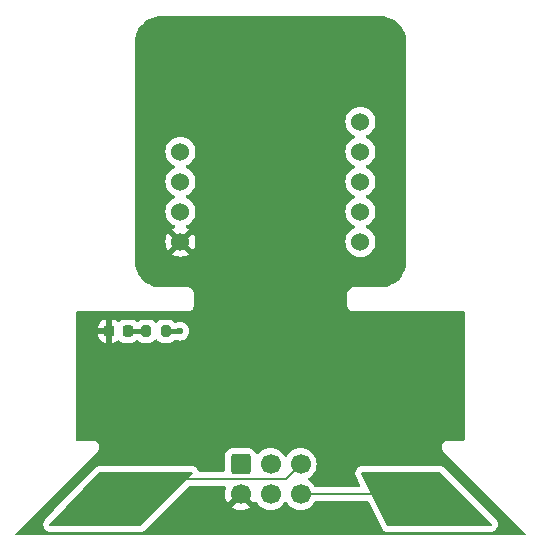
<source format=gbr>
%TF.GenerationSoftware,KiCad,Pcbnew,8.0.8*%
%TF.CreationDate,2025-02-13T09:34:36+00:00*%
%TF.ProjectId,hackaday-sao-m5stack-atoms3,6861636b-6164-4617-992d-73616f2d6d35,rev?*%
%TF.SameCoordinates,Original*%
%TF.FileFunction,Copper,L1,Top*%
%TF.FilePolarity,Positive*%
%FSLAX46Y46*%
G04 Gerber Fmt 4.6, Leading zero omitted, Abs format (unit mm)*
G04 Created by KiCad (PCBNEW 8.0.8) date 2025-02-13 09:34:36*
%MOMM*%
%LPD*%
G01*
G04 APERTURE LIST*
G04 Aperture macros list*
%AMRoundRect*
0 Rectangle with rounded corners*
0 $1 Rounding radius*
0 $2 $3 $4 $5 $6 $7 $8 $9 X,Y pos of 4 corners*
0 Add a 4 corners polygon primitive as box body*
4,1,4,$2,$3,$4,$5,$6,$7,$8,$9,$2,$3,0*
0 Add four circle primitives for the rounded corners*
1,1,$1+$1,$2,$3*
1,1,$1+$1,$4,$5*
1,1,$1+$1,$6,$7*
1,1,$1+$1,$8,$9*
0 Add four rect primitives between the rounded corners*
20,1,$1+$1,$2,$3,$4,$5,0*
20,1,$1+$1,$4,$5,$6,$7,0*
20,1,$1+$1,$6,$7,$8,$9,0*
20,1,$1+$1,$8,$9,$2,$3,0*%
G04 Aperture macros list end*
%TA.AperFunction,ComponentPad*%
%ADD10C,1.524000*%
%TD*%
%TA.AperFunction,SMDPad,CuDef*%
%ADD11RoundRect,0.200000X-0.200000X-0.275000X0.200000X-0.275000X0.200000X0.275000X-0.200000X0.275000X0*%
%TD*%
%TA.AperFunction,ComponentPad*%
%ADD12RoundRect,0.250000X-0.600000X0.600000X-0.600000X-0.600000X0.600000X-0.600000X0.600000X0.600000X0*%
%TD*%
%TA.AperFunction,ComponentPad*%
%ADD13C,1.700000*%
%TD*%
%TA.AperFunction,SMDPad,CuDef*%
%ADD14RoundRect,0.218750X-0.218750X-0.256250X0.218750X-0.256250X0.218750X0.256250X-0.218750X0.256250X0*%
%TD*%
%TA.AperFunction,ViaPad*%
%ADD15C,0.600000*%
%TD*%
%TA.AperFunction,Conductor*%
%ADD16C,0.203200*%
%TD*%
%TA.AperFunction,Conductor*%
%ADD17C,0.406400*%
%TD*%
G04 APERTURE END LIST*
D10*
%TO.P,U1,1,IO39*%
%TO.N,unconnected-(U1-IO39-Pad1)*%
X204368800Y-72011200D03*
%TO.P,U1,2,IO38*%
%TO.N,unconnected-(U1-IO38-Pad2)*%
X204368800Y-74551200D03*
%TO.P,U1,3,5V*%
%TO.N,VCC*%
X204368800Y-77091200D03*
%TO.P,U1,4,GND*%
%TO.N,GND*%
X204368800Y-79631200D03*
%TO.P,U1,5,IO8*%
%TO.N,GPIO2*%
X219608800Y-79631200D03*
%TO.P,U1,6,IO7*%
%TO.N,GPIO1*%
X219608800Y-77091200D03*
%TO.P,U1,7,IO6*%
%TO.N,SCL*%
X219608800Y-74551200D03*
%TO.P,U1,8,IO5*%
%TO.N,SDA*%
X219608800Y-72011200D03*
%TO.P,U1,9,3V3*%
%TO.N,unconnected-(U1-3V3-Pad9)*%
X219608800Y-69471200D03*
%TD*%
D11*
%TO.P,R1,1*%
%TO.N,Net-(D1-A)*%
X201475000Y-87200000D03*
%TO.P,R1,2*%
%TO.N,VCC*%
X203125000Y-87200000D03*
%TD*%
D12*
%TO.P,J2,1,Pin_1*%
%TO.N,VCC*%
X209460000Y-98460000D03*
D13*
%TO.P,J2,2,Pin_2*%
%TO.N,GND*%
X209460000Y-101000000D03*
%TO.P,J2,3,Pin_3*%
%TO.N,SDA*%
X212000000Y-98460000D03*
%TO.P,J2,4,Pin_4*%
%TO.N,SCL*%
X212000000Y-101000000D03*
%TO.P,J2,5,Pin_5*%
%TO.N,GPIO1*%
X214540000Y-98460000D03*
%TO.P,J2,6,Pin_6*%
%TO.N,GPIO2*%
X214540000Y-101000000D03*
%TD*%
D14*
%TO.P,D1,1,K*%
%TO.N,GND*%
X198325000Y-87200000D03*
%TO.P,D1,2,A*%
%TO.N,Net-(D1-A)*%
X199900000Y-87200000D03*
%TD*%
D15*
%TO.N,GND*%
X221000000Y-103800000D03*
X201800000Y-82000000D03*
X222100000Y-82000000D03*
X222100000Y-61800000D03*
X201800000Y-61800000D03*
X227700000Y-93500000D03*
X196200000Y-93500000D03*
X202100000Y-103800000D03*
X206400000Y-98300000D03*
X207500000Y-98300000D03*
X197500000Y-98200000D03*
X191900000Y-103800000D03*
X226400000Y-98200000D03*
X219000000Y-98300000D03*
X232100000Y-103800000D03*
X227500000Y-87200000D03*
X196500000Y-87200000D03*
X210800000Y-93400000D03*
X210800000Y-80100000D03*
X210800000Y-82700000D03*
%TO.N,VCC*%
X204300000Y-87200000D03*
%TD*%
D16*
%TO.N,GPIO1*%
X213000000Y-99700000D02*
X204300000Y-99700000D01*
X214540000Y-98460000D02*
X213300000Y-99700000D01*
X213300000Y-99700000D02*
X213000000Y-99700000D01*
%TO.N,GPIO2*%
X214540000Y-101000000D02*
X221800000Y-101000000D01*
D17*
%TO.N,VCC*%
X203125000Y-87200000D02*
X204300000Y-87200000D01*
%TO.N,Net-(D1-A)*%
X199900000Y-87200000D02*
X201475000Y-87200000D01*
%TD*%
%TA.AperFunction,Conductor*%
%TO.N,GND*%
G36*
X221253736Y-60500726D02*
G01*
X221513662Y-60516448D01*
X221528524Y-60518253D01*
X221599528Y-60531264D01*
X221780969Y-60564515D01*
X221795498Y-60568096D01*
X222040523Y-60644449D01*
X222054516Y-60649755D01*
X222288562Y-60755091D01*
X222301808Y-60762044D01*
X222521449Y-60894821D01*
X222533760Y-60903319D01*
X222628089Y-60977221D01*
X222735792Y-61061601D01*
X222747000Y-61071531D01*
X222928468Y-61252999D01*
X222938398Y-61264207D01*
X223096676Y-61466233D01*
X223105182Y-61478556D01*
X223237952Y-61698185D01*
X223244911Y-61711444D01*
X223350242Y-61945480D01*
X223355551Y-61959480D01*
X223431901Y-62204494D01*
X223435485Y-62219034D01*
X223481746Y-62471475D01*
X223483551Y-62486339D01*
X223499274Y-62746263D01*
X223499500Y-62753750D01*
X223499500Y-81246249D01*
X223499274Y-81253736D01*
X223483551Y-81513660D01*
X223481746Y-81528524D01*
X223435485Y-81780965D01*
X223431901Y-81795505D01*
X223355551Y-82040519D01*
X223350242Y-82054519D01*
X223244911Y-82288555D01*
X223237952Y-82301814D01*
X223105182Y-82521443D01*
X223096676Y-82533766D01*
X222938398Y-82735792D01*
X222928468Y-82747000D01*
X222747000Y-82928468D01*
X222735792Y-82938398D01*
X222533766Y-83096676D01*
X222521443Y-83105182D01*
X222301814Y-83237952D01*
X222288555Y-83244911D01*
X222054519Y-83350242D01*
X222040519Y-83355551D01*
X221795505Y-83431901D01*
X221780965Y-83435485D01*
X221528524Y-83481746D01*
X221513660Y-83483551D01*
X221253736Y-83499274D01*
X221246249Y-83499500D01*
X218934108Y-83499500D01*
X218806812Y-83533608D01*
X218692686Y-83599500D01*
X218692683Y-83599502D01*
X218599502Y-83692683D01*
X218599500Y-83692686D01*
X218533608Y-83806812D01*
X218499500Y-83934108D01*
X218499500Y-85065891D01*
X218533608Y-85193187D01*
X218560672Y-85240062D01*
X218599500Y-85307314D01*
X218692686Y-85400500D01*
X218806814Y-85466392D01*
X218934108Y-85500500D01*
X219065892Y-85500500D01*
X228184108Y-85500500D01*
X228240244Y-85500500D01*
X228259631Y-85502025D01*
X228307706Y-85509639D01*
X228344595Y-85521625D01*
X228379156Y-85539235D01*
X228410538Y-85562036D01*
X228437963Y-85589461D01*
X228460765Y-85620845D01*
X228476427Y-85651583D01*
X228478372Y-85655399D01*
X228490361Y-85692297D01*
X228497973Y-85740357D01*
X228499500Y-85759755D01*
X228499500Y-96240244D01*
X228497973Y-96259642D01*
X228490361Y-96307702D01*
X228478372Y-96344600D01*
X228460766Y-96379153D01*
X228437963Y-96410538D01*
X228410538Y-96437963D01*
X228379153Y-96460766D01*
X228344600Y-96478372D01*
X228307702Y-96490361D01*
X228272884Y-96495875D01*
X228259640Y-96497973D01*
X228240244Y-96499500D01*
X226934108Y-96499500D01*
X226806812Y-96533608D01*
X226692686Y-96599500D01*
X226692683Y-96599502D01*
X226599502Y-96692683D01*
X226599500Y-96692686D01*
X226533608Y-96806812D01*
X226507191Y-96905405D01*
X226499500Y-96934108D01*
X226499500Y-97065892D01*
X226502223Y-97076055D01*
X226533608Y-97193187D01*
X226566554Y-97250250D01*
X226599500Y-97307314D01*
X226599501Y-97307315D01*
X226599502Y-97307316D01*
X233580005Y-104287819D01*
X233613490Y-104349142D01*
X233608506Y-104418834D01*
X233566634Y-104474767D01*
X233501170Y-104499184D01*
X233492324Y-104499500D01*
X190507676Y-104499500D01*
X190440637Y-104479815D01*
X190394882Y-104427011D01*
X190384938Y-104357853D01*
X190413963Y-104294297D01*
X190419995Y-104287819D01*
X191221396Y-103486418D01*
X192767109Y-103486418D01*
X192767109Y-103630293D01*
X192767110Y-103630297D01*
X192777054Y-103699455D01*
X192777055Y-103699460D01*
X192777056Y-103699463D01*
X192817588Y-103837501D01*
X192817591Y-103837507D01*
X192895373Y-103958537D01*
X192895381Y-103958548D01*
X192941125Y-104011340D01*
X192941128Y-104011343D01*
X192941132Y-104011347D01*
X193049866Y-104105567D01*
X193049869Y-104105568D01*
X193049870Y-104105569D01*
X193144738Y-104148895D01*
X193180743Y-104165338D01*
X193247782Y-104185023D01*
X193247786Y-104185024D01*
X193390202Y-104205500D01*
X193390205Y-104205500D01*
X200948640Y-104205500D01*
X200960576Y-104204860D01*
X201002678Y-104202603D01*
X201002686Y-104202602D01*
X201002688Y-104202602D01*
X201002689Y-104202602D01*
X201009682Y-104201849D01*
X201029036Y-104199769D01*
X201029046Y-104199767D01*
X201029049Y-104199767D01*
X201038648Y-104198211D01*
X201082448Y-104191114D01*
X201217257Y-104140832D01*
X201278580Y-104107347D01*
X201393761Y-104021123D01*
X205076465Y-100338419D01*
X205137788Y-100304934D01*
X205164146Y-100302100D01*
X208101235Y-100302100D01*
X208168274Y-100321785D01*
X208214029Y-100374589D01*
X208223973Y-100443747D01*
X208213617Y-100478505D01*
X208186570Y-100536507D01*
X208186566Y-100536516D01*
X208125432Y-100764673D01*
X208125430Y-100764684D01*
X208104843Y-100999998D01*
X208104843Y-101000000D01*
X208125430Y-101235315D01*
X208125432Y-101235326D01*
X208186566Y-101463483D01*
X208186570Y-101463492D01*
X208286398Y-101677576D01*
X208345073Y-101761372D01*
X208977037Y-101129408D01*
X208994075Y-101192993D01*
X209059901Y-101307007D01*
X209152993Y-101400099D01*
X209267007Y-101465925D01*
X209330591Y-101482962D01*
X208698626Y-102114926D01*
X208782417Y-102173598D01*
X208782421Y-102173600D01*
X208996507Y-102273429D01*
X208996516Y-102273433D01*
X209224673Y-102334567D01*
X209224684Y-102334569D01*
X209459998Y-102355157D01*
X209460002Y-102355157D01*
X209695315Y-102334569D01*
X209695326Y-102334567D01*
X209923483Y-102273433D01*
X209923492Y-102273429D01*
X210137580Y-102173599D01*
X210221371Y-102114925D01*
X209589408Y-101482962D01*
X209652993Y-101465925D01*
X209767007Y-101400099D01*
X209860099Y-101307007D01*
X209925925Y-101192993D01*
X209942962Y-101129408D01*
X210574925Y-101761371D01*
X210628120Y-101685404D01*
X210682697Y-101641780D01*
X210752196Y-101634588D01*
X210814550Y-101666111D01*
X210831268Y-101685404D01*
X210961505Y-101871401D01*
X211128599Y-102038495D01*
X211225384Y-102106265D01*
X211322165Y-102174032D01*
X211322167Y-102174033D01*
X211322170Y-102174035D01*
X211536337Y-102273903D01*
X211764592Y-102335063D01*
X211952918Y-102351539D01*
X211999999Y-102355659D01*
X212000000Y-102355659D01*
X212000001Y-102355659D01*
X212039234Y-102352226D01*
X212235408Y-102335063D01*
X212463663Y-102273903D01*
X212677830Y-102174035D01*
X212871401Y-102038495D01*
X213038495Y-101871401D01*
X213168425Y-101685842D01*
X213223002Y-101642217D01*
X213292500Y-101635023D01*
X213354855Y-101666546D01*
X213371575Y-101685842D01*
X213501500Y-101871395D01*
X213501505Y-101871401D01*
X213668599Y-102038495D01*
X213765384Y-102106265D01*
X213862165Y-102174032D01*
X213862167Y-102174033D01*
X213862170Y-102174035D01*
X214076337Y-102273903D01*
X214304592Y-102335063D01*
X214492918Y-102351539D01*
X214539999Y-102355659D01*
X214540000Y-102355659D01*
X214540001Y-102355659D01*
X214579234Y-102352226D01*
X214775408Y-102335063D01*
X215003663Y-102273903D01*
X215217830Y-102174035D01*
X215411401Y-102038495D01*
X215578495Y-101871401D01*
X215714035Y-101677830D01*
X215715961Y-101673698D01*
X215762132Y-101621258D01*
X215828345Y-101602100D01*
X220209248Y-101602100D01*
X220276287Y-101621785D01*
X220320157Y-101670646D01*
X221342027Y-103714386D01*
X221413591Y-103857517D01*
X221457662Y-103922262D01*
X221489591Y-103969169D01*
X221533461Y-104018030D01*
X221636300Y-104105567D01*
X221767177Y-104165338D01*
X221834216Y-104185023D01*
X221834220Y-104185024D01*
X221976636Y-104205500D01*
X221976639Y-104205500D01*
X230600657Y-104205500D01*
X230618639Y-104205179D01*
X230618649Y-104205178D01*
X230618684Y-104205178D01*
X230627530Y-104204862D01*
X230645547Y-104203896D01*
X230786139Y-104173312D01*
X230851603Y-104148895D01*
X230977878Y-104079944D01*
X231079618Y-103978207D01*
X231121490Y-103922274D01*
X231121496Y-103922266D01*
X231190449Y-103795985D01*
X231221032Y-103655393D01*
X231226016Y-103585701D01*
X231215752Y-103442190D01*
X231165470Y-103307381D01*
X231131985Y-103246058D01*
X231045761Y-103130877D01*
X231045756Y-103130872D01*
X231045751Y-103130866D01*
X226693776Y-98778892D01*
X226693761Y-98778877D01*
X226693737Y-98778855D01*
X226653519Y-98742728D01*
X226653507Y-98742718D01*
X226632856Y-98726076D01*
X226588974Y-98694433D01*
X226458100Y-98634663D01*
X226391055Y-98614976D01*
X226337811Y-98607321D01*
X226248638Y-98594500D01*
X219800636Y-98594500D01*
X219800616Y-98594500D01*
X219719904Y-98600989D01*
X219719880Y-98600992D01*
X219680790Y-98607317D01*
X219680769Y-98607321D01*
X219602115Y-98626622D01*
X219602107Y-98626625D01*
X219473423Y-98690967D01*
X219473418Y-98690970D01*
X219416012Y-98730788D01*
X219416005Y-98730794D01*
X219310662Y-98828783D01*
X219237191Y-98952483D01*
X219237184Y-98952497D01*
X219211016Y-99015588D01*
X219210513Y-99016759D01*
X219210415Y-99017041D01*
X219174772Y-99156424D01*
X219174771Y-99156433D01*
X219179843Y-99300223D01*
X219192218Y-99368984D01*
X219192218Y-99368986D01*
X219237594Y-99505521D01*
X219594057Y-100218446D01*
X219606432Y-100287211D01*
X219579664Y-100351750D01*
X219522254Y-100391572D01*
X219483148Y-100397900D01*
X215828344Y-100397900D01*
X215761305Y-100378215D01*
X215715960Y-100326300D01*
X215714035Y-100322171D01*
X215578495Y-100128599D01*
X215578494Y-100128597D01*
X215411402Y-99961506D01*
X215411396Y-99961501D01*
X215225842Y-99831575D01*
X215182217Y-99776998D01*
X215175023Y-99707500D01*
X215206546Y-99645145D01*
X215225842Y-99628425D01*
X215248026Y-99612891D01*
X215411401Y-99498495D01*
X215578495Y-99331401D01*
X215714035Y-99137830D01*
X215813903Y-98923663D01*
X215875063Y-98695408D01*
X215895659Y-98460000D01*
X215875063Y-98224592D01*
X215813903Y-97996337D01*
X215714035Y-97782171D01*
X215708425Y-97774158D01*
X215578494Y-97588597D01*
X215411402Y-97421506D01*
X215411395Y-97421501D01*
X215395291Y-97410225D01*
X215270282Y-97322692D01*
X215217834Y-97285967D01*
X215217830Y-97285965D01*
X215177777Y-97267288D01*
X215003663Y-97186097D01*
X215003659Y-97186096D01*
X215003655Y-97186094D01*
X214775413Y-97124938D01*
X214775403Y-97124936D01*
X214540001Y-97104341D01*
X214539999Y-97104341D01*
X214304596Y-97124936D01*
X214304586Y-97124938D01*
X214076344Y-97186094D01*
X214076335Y-97186098D01*
X213862171Y-97285964D01*
X213862169Y-97285965D01*
X213668597Y-97421505D01*
X213501505Y-97588597D01*
X213371575Y-97774158D01*
X213316998Y-97817783D01*
X213247500Y-97824977D01*
X213185145Y-97793454D01*
X213168425Y-97774158D01*
X213038494Y-97588597D01*
X212871402Y-97421506D01*
X212871395Y-97421501D01*
X212855291Y-97410225D01*
X212730282Y-97322692D01*
X212677834Y-97285967D01*
X212677830Y-97285965D01*
X212637777Y-97267288D01*
X212463663Y-97186097D01*
X212463659Y-97186096D01*
X212463655Y-97186094D01*
X212235413Y-97124938D01*
X212235403Y-97124936D01*
X212000001Y-97104341D01*
X211999999Y-97104341D01*
X211764596Y-97124936D01*
X211764586Y-97124938D01*
X211536344Y-97186094D01*
X211536335Y-97186098D01*
X211322171Y-97285964D01*
X211322169Y-97285965D01*
X211128597Y-97421505D01*
X210961503Y-97588599D01*
X210960349Y-97589975D01*
X210959688Y-97590414D01*
X210957676Y-97592427D01*
X210957271Y-97592022D01*
X210902173Y-97628671D01*
X210832312Y-97629772D01*
X210772946Y-97592928D01*
X210747663Y-97549265D01*
X210744814Y-97540666D01*
X210652712Y-97391344D01*
X210528656Y-97267288D01*
X210425770Y-97203828D01*
X210379336Y-97175187D01*
X210379331Y-97175185D01*
X210377862Y-97174698D01*
X210212797Y-97120001D01*
X210212795Y-97120000D01*
X210110010Y-97109500D01*
X208809998Y-97109500D01*
X208809981Y-97109501D01*
X208707203Y-97120000D01*
X208707200Y-97120001D01*
X208540668Y-97175185D01*
X208540663Y-97175187D01*
X208391342Y-97267289D01*
X208267289Y-97391342D01*
X208175187Y-97540663D01*
X208175185Y-97540668D01*
X208158701Y-97590414D01*
X208120001Y-97707203D01*
X208120001Y-97707204D01*
X208120000Y-97707204D01*
X208109500Y-97809983D01*
X208109500Y-97809996D01*
X208109501Y-98973900D01*
X208089816Y-99040939D01*
X208037013Y-99086694D01*
X207985501Y-99097900D01*
X206005835Y-99097900D01*
X205938796Y-99078215D01*
X205893041Y-99025411D01*
X205886858Y-99008835D01*
X205873251Y-98962497D01*
X205873251Y-98962496D01*
X205795463Y-98841457D01*
X205784480Y-98828782D01*
X205749714Y-98788659D01*
X205749710Y-98788656D01*
X205749708Y-98788653D01*
X205640974Y-98694433D01*
X205640971Y-98694431D01*
X205640969Y-98694430D01*
X205510103Y-98634664D01*
X205510098Y-98634662D01*
X205510097Y-98634662D01*
X205443058Y-98614977D01*
X205443060Y-98614977D01*
X205443055Y-98614976D01*
X205389811Y-98607321D01*
X205300638Y-98594500D01*
X197552985Y-98594500D01*
X197552970Y-98594500D01*
X197493377Y-98598026D01*
X197464345Y-98601474D01*
X197464322Y-98601477D01*
X197405547Y-98612009D01*
X197405545Y-98612009D01*
X197405542Y-98612010D01*
X197405539Y-98612011D01*
X197405536Y-98612012D01*
X197271891Y-98665270D01*
X197271890Y-98665270D01*
X197211318Y-98700114D01*
X197098088Y-98788869D01*
X197098083Y-98788874D01*
X197098082Y-98788875D01*
X193686375Y-102355659D01*
X192935257Y-103140919D01*
X192926805Y-103149975D01*
X192922695Y-103154489D01*
X192914459Y-103163762D01*
X192914455Y-103163768D01*
X192836671Y-103284804D01*
X192836660Y-103284822D01*
X192807902Y-103347796D01*
X192807649Y-103348345D01*
X192767109Y-103486418D01*
X191221396Y-103486418D01*
X193900807Y-100807007D01*
X197400499Y-97307315D01*
X197466392Y-97193186D01*
X197500500Y-97065893D01*
X197500500Y-96934108D01*
X197466392Y-96806815D01*
X197466392Y-96806814D01*
X197466392Y-96806813D01*
X197437338Y-96756492D01*
X197400500Y-96692686D01*
X197307314Y-96599500D01*
X197250250Y-96566554D01*
X197193187Y-96533608D01*
X197129539Y-96516554D01*
X197065892Y-96499500D01*
X197065891Y-96499500D01*
X195624500Y-96499500D01*
X195557461Y-96479815D01*
X195511706Y-96427011D01*
X195500500Y-96375500D01*
X195500500Y-87504152D01*
X197387501Y-87504152D01*
X197397556Y-87602583D01*
X197450406Y-87762072D01*
X197450408Y-87762077D01*
X197538614Y-87905080D01*
X197657419Y-88023885D01*
X197800422Y-88112091D01*
X197800427Y-88112093D01*
X197959916Y-88164942D01*
X198058356Y-88174999D01*
X198075000Y-88174998D01*
X198075000Y-87450000D01*
X197387501Y-87450000D01*
X197387501Y-87504152D01*
X195500500Y-87504152D01*
X195500500Y-86895849D01*
X197387500Y-86895849D01*
X197387500Y-86950000D01*
X198075000Y-86950000D01*
X198075000Y-86225000D01*
X198575000Y-86225000D01*
X198575000Y-88174999D01*
X198591636Y-88174999D01*
X198591652Y-88174998D01*
X198690083Y-88164943D01*
X198849572Y-88112093D01*
X198849577Y-88112091D01*
X198992580Y-88023885D01*
X199024466Y-87992000D01*
X199085789Y-87958515D01*
X199155481Y-87963499D01*
X199199828Y-87992000D01*
X199232108Y-88024280D01*
X199232112Y-88024283D01*
X199375204Y-88112544D01*
X199375207Y-88112545D01*
X199375213Y-88112549D01*
X199534815Y-88165436D01*
X199633326Y-88175500D01*
X199633331Y-88175500D01*
X200166669Y-88175500D01*
X200166674Y-88175500D01*
X200265185Y-88165436D01*
X200424787Y-88112549D01*
X200567891Y-88024281D01*
X200613076Y-87979096D01*
X200674399Y-87945611D01*
X200744091Y-87950595D01*
X200788438Y-87979096D01*
X200839811Y-88030469D01*
X200839813Y-88030470D01*
X200839815Y-88030472D01*
X200985394Y-88118478D01*
X201147804Y-88169086D01*
X201218384Y-88175500D01*
X201218387Y-88175500D01*
X201731613Y-88175500D01*
X201731616Y-88175500D01*
X201802196Y-88169086D01*
X201964606Y-88118478D01*
X202110185Y-88030472D01*
X202155291Y-87985366D01*
X202212319Y-87928339D01*
X202273642Y-87894854D01*
X202343334Y-87899838D01*
X202387681Y-87928339D01*
X202489811Y-88030469D01*
X202489813Y-88030470D01*
X202489815Y-88030472D01*
X202635394Y-88118478D01*
X202797804Y-88169086D01*
X202868384Y-88175500D01*
X202868387Y-88175500D01*
X203381613Y-88175500D01*
X203381616Y-88175500D01*
X203452196Y-88169086D01*
X203614606Y-88118478D01*
X203760185Y-88030472D01*
X203831966Y-87958690D01*
X203893287Y-87925207D01*
X203960601Y-87929332D01*
X204120737Y-87985366D01*
X204120743Y-87985367D01*
X204120745Y-87985368D01*
X204120746Y-87985368D01*
X204120750Y-87985369D01*
X204299996Y-88005565D01*
X204300000Y-88005565D01*
X204300004Y-88005565D01*
X204479249Y-87985369D01*
X204479252Y-87985368D01*
X204479255Y-87985368D01*
X204649522Y-87925789D01*
X204802262Y-87829816D01*
X204929816Y-87702262D01*
X205025789Y-87549522D01*
X205085368Y-87379255D01*
X205105565Y-87200000D01*
X205085368Y-87020745D01*
X205025789Y-86850478D01*
X204929816Y-86697738D01*
X204802262Y-86570184D01*
X204690823Y-86500162D01*
X204649523Y-86474211D01*
X204479254Y-86414631D01*
X204479249Y-86414630D01*
X204300004Y-86394435D01*
X204299996Y-86394435D01*
X204120750Y-86414630D01*
X204120742Y-86414632D01*
X203960600Y-86470668D01*
X203890821Y-86474229D01*
X203831965Y-86441307D01*
X203760188Y-86369530D01*
X203614606Y-86281522D01*
X203452196Y-86230914D01*
X203452194Y-86230913D01*
X203452192Y-86230913D01*
X203402778Y-86226423D01*
X203381616Y-86224500D01*
X202868384Y-86224500D01*
X202849145Y-86226248D01*
X202797807Y-86230913D01*
X202635393Y-86281522D01*
X202489811Y-86369530D01*
X202489810Y-86369531D01*
X202387681Y-86471661D01*
X202326358Y-86505146D01*
X202256666Y-86500162D01*
X202212319Y-86471661D01*
X202110188Y-86369530D01*
X201964606Y-86281522D01*
X201802196Y-86230914D01*
X201802194Y-86230913D01*
X201802192Y-86230913D01*
X201752778Y-86226423D01*
X201731616Y-86224500D01*
X201218384Y-86224500D01*
X201199145Y-86226248D01*
X201147807Y-86230913D01*
X200985393Y-86281522D01*
X200839811Y-86369530D01*
X200839810Y-86369531D01*
X200788438Y-86420904D01*
X200727115Y-86454389D01*
X200657423Y-86449405D01*
X200613076Y-86420904D01*
X200567891Y-86375719D01*
X200567887Y-86375716D01*
X200424795Y-86287455D01*
X200424789Y-86287452D01*
X200424787Y-86287451D01*
X200265185Y-86234564D01*
X200265183Y-86234563D01*
X200166681Y-86224500D01*
X200166674Y-86224500D01*
X199633326Y-86224500D01*
X199633318Y-86224500D01*
X199534816Y-86234563D01*
X199534815Y-86234564D01*
X199455719Y-86260773D01*
X199375215Y-86287450D01*
X199375204Y-86287455D01*
X199232112Y-86375716D01*
X199232107Y-86375719D01*
X199199827Y-86408000D01*
X199138503Y-86441485D01*
X199068812Y-86436499D01*
X199024467Y-86408000D01*
X198992580Y-86376114D01*
X198849577Y-86287908D01*
X198849572Y-86287906D01*
X198690083Y-86235057D01*
X198591650Y-86225000D01*
X198575000Y-86225000D01*
X198075000Y-86225000D01*
X198075000Y-86224999D01*
X198058356Y-86225000D01*
X197959915Y-86235057D01*
X197800427Y-86287906D01*
X197800422Y-86287908D01*
X197657419Y-86376114D01*
X197538614Y-86494919D01*
X197450408Y-86637922D01*
X197450406Y-86637927D01*
X197397557Y-86797416D01*
X197387500Y-86895849D01*
X195500500Y-86895849D01*
X195500500Y-85624500D01*
X195520185Y-85557461D01*
X195572989Y-85511706D01*
X195624500Y-85500500D01*
X205065890Y-85500500D01*
X205065892Y-85500500D01*
X205193186Y-85466392D01*
X205307314Y-85400500D01*
X205400500Y-85307314D01*
X205466392Y-85193186D01*
X205500500Y-85065892D01*
X205500500Y-83934108D01*
X205466392Y-83806814D01*
X205400500Y-83692686D01*
X205307314Y-83599500D01*
X205224358Y-83551605D01*
X205193187Y-83533608D01*
X205129539Y-83516554D01*
X205065892Y-83499500D01*
X205065891Y-83499500D01*
X202753751Y-83499500D01*
X202746264Y-83499274D01*
X202486339Y-83483551D01*
X202471475Y-83481746D01*
X202219034Y-83435485D01*
X202204494Y-83431901D01*
X201959480Y-83355551D01*
X201945480Y-83350242D01*
X201711444Y-83244911D01*
X201698185Y-83237952D01*
X201478556Y-83105182D01*
X201466233Y-83096676D01*
X201264207Y-82938398D01*
X201252999Y-82928468D01*
X201071531Y-82747000D01*
X201061601Y-82735792D01*
X200903323Y-82533766D01*
X200894821Y-82521449D01*
X200762044Y-82301808D01*
X200755091Y-82288562D01*
X200649755Y-82054516D01*
X200644448Y-82040519D01*
X200568098Y-81795505D01*
X200564514Y-81780965D01*
X200560523Y-81759188D01*
X200518253Y-81528524D01*
X200516448Y-81513660D01*
X200500726Y-81253736D01*
X200500500Y-81246249D01*
X200500500Y-72011197D01*
X203101477Y-72011197D01*
X203101477Y-72011202D01*
X203120729Y-72231262D01*
X203120730Y-72231270D01*
X203177904Y-72444645D01*
X203177905Y-72444647D01*
X203177906Y-72444650D01*
X203271266Y-72644862D01*
X203271268Y-72644866D01*
X203397970Y-72825815D01*
X203397975Y-72825821D01*
X203554178Y-72982024D01*
X203554184Y-72982029D01*
X203735133Y-73108731D01*
X203735135Y-73108732D01*
X203735138Y-73108734D01*
X203854548Y-73164415D01*
X203863989Y-73168818D01*
X203916428Y-73214990D01*
X203935580Y-73282184D01*
X203915364Y-73349065D01*
X203863989Y-73393582D01*
X203735140Y-73453665D01*
X203735138Y-73453666D01*
X203554177Y-73580375D01*
X203397975Y-73736577D01*
X203271266Y-73917538D01*
X203271265Y-73917540D01*
X203177907Y-74117748D01*
X203177904Y-74117754D01*
X203120730Y-74331129D01*
X203120729Y-74331137D01*
X203101477Y-74551197D01*
X203101477Y-74551202D01*
X203120729Y-74771262D01*
X203120730Y-74771270D01*
X203177904Y-74984645D01*
X203177905Y-74984647D01*
X203177906Y-74984650D01*
X203271266Y-75184862D01*
X203271268Y-75184866D01*
X203397970Y-75365815D01*
X203397975Y-75365821D01*
X203554178Y-75522024D01*
X203554184Y-75522029D01*
X203735133Y-75648731D01*
X203735135Y-75648732D01*
X203735138Y-75648734D01*
X203854548Y-75704415D01*
X203863989Y-75708818D01*
X203916428Y-75754990D01*
X203935580Y-75822184D01*
X203915364Y-75889065D01*
X203863989Y-75933582D01*
X203735140Y-75993665D01*
X203735138Y-75993666D01*
X203554177Y-76120375D01*
X203397975Y-76276577D01*
X203271266Y-76457538D01*
X203271265Y-76457540D01*
X203177907Y-76657748D01*
X203177904Y-76657754D01*
X203120730Y-76871129D01*
X203120729Y-76871137D01*
X203101477Y-77091197D01*
X203101477Y-77091202D01*
X203120729Y-77311262D01*
X203120730Y-77311270D01*
X203177904Y-77524645D01*
X203177905Y-77524647D01*
X203177906Y-77524650D01*
X203271266Y-77724862D01*
X203271268Y-77724866D01*
X203397970Y-77905815D01*
X203397975Y-77905821D01*
X203554178Y-78062024D01*
X203554184Y-78062029D01*
X203735133Y-78188731D01*
X203735135Y-78188732D01*
X203735138Y-78188734D01*
X203863989Y-78248818D01*
X203864581Y-78249094D01*
X203917020Y-78295266D01*
X203936172Y-78362460D01*
X203915956Y-78429341D01*
X203864581Y-78473858D01*
X203735390Y-78534101D01*
X203670611Y-78579458D01*
X204341354Y-79250200D01*
X204318640Y-79250200D01*
X204221739Y-79276164D01*
X204134860Y-79326324D01*
X204063924Y-79397260D01*
X204013764Y-79484139D01*
X203987800Y-79581040D01*
X203987800Y-79603753D01*
X203317058Y-78933011D01*
X203271701Y-78997790D01*
X203178379Y-79197920D01*
X203178375Y-79197929D01*
X203121226Y-79411213D01*
X203121224Y-79411223D01*
X203101979Y-79631199D01*
X203101979Y-79631200D01*
X203121224Y-79851176D01*
X203121226Y-79851186D01*
X203178375Y-80064470D01*
X203178380Y-80064484D01*
X203271698Y-80264605D01*
X203271701Y-80264611D01*
X203317058Y-80329387D01*
X203317058Y-80329388D01*
X203987800Y-79658646D01*
X203987800Y-79681360D01*
X204013764Y-79778261D01*
X204063924Y-79865140D01*
X204134860Y-79936076D01*
X204221739Y-79986236D01*
X204318640Y-80012200D01*
X204341353Y-80012200D01*
X203670610Y-80682940D01*
X203735390Y-80728299D01*
X203735392Y-80728300D01*
X203935515Y-80821619D01*
X203935529Y-80821624D01*
X204148813Y-80878773D01*
X204148823Y-80878775D01*
X204368799Y-80898021D01*
X204368801Y-80898021D01*
X204588776Y-80878775D01*
X204588786Y-80878773D01*
X204802070Y-80821624D01*
X204802084Y-80821619D01*
X205002207Y-80728300D01*
X205002217Y-80728294D01*
X205066988Y-80682941D01*
X204396248Y-80012200D01*
X204418960Y-80012200D01*
X204515861Y-79986236D01*
X204602740Y-79936076D01*
X204673676Y-79865140D01*
X204723836Y-79778261D01*
X204749800Y-79681360D01*
X204749800Y-79658647D01*
X205420541Y-80329388D01*
X205465894Y-80264617D01*
X205465900Y-80264607D01*
X205559219Y-80064484D01*
X205559224Y-80064470D01*
X205616373Y-79851186D01*
X205616375Y-79851176D01*
X205635621Y-79631200D01*
X205635621Y-79631199D01*
X205616375Y-79411223D01*
X205616373Y-79411213D01*
X205559224Y-79197929D01*
X205559220Y-79197920D01*
X205465896Y-78997786D01*
X205420541Y-78933011D01*
X205420540Y-78933010D01*
X204749800Y-79603751D01*
X204749800Y-79581040D01*
X204723836Y-79484139D01*
X204673676Y-79397260D01*
X204602740Y-79326324D01*
X204515861Y-79276164D01*
X204418960Y-79250200D01*
X204396247Y-79250200D01*
X205066988Y-78579458D01*
X205002211Y-78534101D01*
X205002205Y-78534098D01*
X204873019Y-78473858D01*
X204820579Y-78427686D01*
X204801427Y-78360493D01*
X204821643Y-78293611D01*
X204873019Y-78249094D01*
X204873611Y-78248818D01*
X205002462Y-78188734D01*
X205183420Y-78062026D01*
X205339626Y-77905820D01*
X205466334Y-77724862D01*
X205559694Y-77524650D01*
X205616870Y-77311268D01*
X205636123Y-77091200D01*
X205616870Y-76871132D01*
X205559694Y-76657750D01*
X205466334Y-76457539D01*
X205339626Y-76276580D01*
X205183420Y-76120374D01*
X205183416Y-76120371D01*
X205183415Y-76120370D01*
X205002466Y-75993668D01*
X205002458Y-75993664D01*
X204873611Y-75933582D01*
X204821171Y-75887410D01*
X204802019Y-75820217D01*
X204822235Y-75753335D01*
X204873611Y-75708818D01*
X204879602Y-75706024D01*
X205002462Y-75648734D01*
X205183420Y-75522026D01*
X205339626Y-75365820D01*
X205466334Y-75184862D01*
X205559694Y-74984650D01*
X205616870Y-74771268D01*
X205636123Y-74551200D01*
X205616870Y-74331132D01*
X205559694Y-74117750D01*
X205466334Y-73917539D01*
X205339626Y-73736580D01*
X205183420Y-73580374D01*
X205183416Y-73580371D01*
X205183415Y-73580370D01*
X205002466Y-73453668D01*
X205002458Y-73453664D01*
X204873611Y-73393582D01*
X204821171Y-73347410D01*
X204802019Y-73280217D01*
X204822235Y-73213335D01*
X204873611Y-73168818D01*
X204879602Y-73166024D01*
X205002462Y-73108734D01*
X205183420Y-72982026D01*
X205339626Y-72825820D01*
X205466334Y-72644862D01*
X205559694Y-72444650D01*
X205616870Y-72231268D01*
X205636123Y-72011200D01*
X205616870Y-71791132D01*
X205559694Y-71577750D01*
X205466334Y-71377539D01*
X205339626Y-71196580D01*
X205183420Y-71040374D01*
X205183416Y-71040371D01*
X205183415Y-71040370D01*
X205002466Y-70913668D01*
X205002462Y-70913666D01*
X205002458Y-70913664D01*
X204802250Y-70820306D01*
X204802247Y-70820305D01*
X204802245Y-70820304D01*
X204588870Y-70763130D01*
X204588862Y-70763129D01*
X204368802Y-70743877D01*
X204368798Y-70743877D01*
X204148737Y-70763129D01*
X204148729Y-70763130D01*
X203935354Y-70820304D01*
X203935348Y-70820307D01*
X203735140Y-70913665D01*
X203735138Y-70913666D01*
X203554177Y-71040375D01*
X203397975Y-71196577D01*
X203271266Y-71377538D01*
X203271265Y-71377540D01*
X203177907Y-71577748D01*
X203177904Y-71577754D01*
X203120730Y-71791129D01*
X203120729Y-71791137D01*
X203101477Y-72011197D01*
X200500500Y-72011197D01*
X200500500Y-69471197D01*
X218341477Y-69471197D01*
X218341477Y-69471202D01*
X218360729Y-69691262D01*
X218360730Y-69691270D01*
X218417904Y-69904645D01*
X218417905Y-69904647D01*
X218417906Y-69904650D01*
X218511266Y-70104862D01*
X218511268Y-70104866D01*
X218637970Y-70285815D01*
X218637975Y-70285821D01*
X218794178Y-70442024D01*
X218794184Y-70442029D01*
X218975133Y-70568731D01*
X218975135Y-70568732D01*
X218975138Y-70568734D01*
X219094548Y-70624415D01*
X219103989Y-70628818D01*
X219156428Y-70674990D01*
X219175580Y-70742184D01*
X219155364Y-70809065D01*
X219103989Y-70853582D01*
X218975140Y-70913665D01*
X218975138Y-70913666D01*
X218794177Y-71040375D01*
X218637975Y-71196577D01*
X218511266Y-71377538D01*
X218511265Y-71377540D01*
X218417907Y-71577748D01*
X218417904Y-71577754D01*
X218360730Y-71791129D01*
X218360729Y-71791137D01*
X218341477Y-72011197D01*
X218341477Y-72011202D01*
X218360729Y-72231262D01*
X218360730Y-72231270D01*
X218417904Y-72444645D01*
X218417905Y-72444647D01*
X218417906Y-72444650D01*
X218511266Y-72644862D01*
X218511268Y-72644866D01*
X218637970Y-72825815D01*
X218637975Y-72825821D01*
X218794178Y-72982024D01*
X218794184Y-72982029D01*
X218975133Y-73108731D01*
X218975135Y-73108732D01*
X218975138Y-73108734D01*
X219094548Y-73164415D01*
X219103989Y-73168818D01*
X219156428Y-73214990D01*
X219175580Y-73282184D01*
X219155364Y-73349065D01*
X219103989Y-73393582D01*
X218975140Y-73453665D01*
X218975138Y-73453666D01*
X218794177Y-73580375D01*
X218637975Y-73736577D01*
X218511266Y-73917538D01*
X218511265Y-73917540D01*
X218417907Y-74117748D01*
X218417904Y-74117754D01*
X218360730Y-74331129D01*
X218360729Y-74331137D01*
X218341477Y-74551197D01*
X218341477Y-74551202D01*
X218360729Y-74771262D01*
X218360730Y-74771270D01*
X218417904Y-74984645D01*
X218417905Y-74984647D01*
X218417906Y-74984650D01*
X218511266Y-75184862D01*
X218511268Y-75184866D01*
X218637970Y-75365815D01*
X218637975Y-75365821D01*
X218794178Y-75522024D01*
X218794184Y-75522029D01*
X218975133Y-75648731D01*
X218975135Y-75648732D01*
X218975138Y-75648734D01*
X219094548Y-75704415D01*
X219103989Y-75708818D01*
X219156428Y-75754990D01*
X219175580Y-75822184D01*
X219155364Y-75889065D01*
X219103989Y-75933582D01*
X218975140Y-75993665D01*
X218975138Y-75993666D01*
X218794177Y-76120375D01*
X218637975Y-76276577D01*
X218511266Y-76457538D01*
X218511265Y-76457540D01*
X218417907Y-76657748D01*
X218417904Y-76657754D01*
X218360730Y-76871129D01*
X218360729Y-76871137D01*
X218341477Y-77091197D01*
X218341477Y-77091202D01*
X218360729Y-77311262D01*
X218360730Y-77311270D01*
X218417904Y-77524645D01*
X218417905Y-77524647D01*
X218417906Y-77524650D01*
X218511266Y-77724862D01*
X218511268Y-77724866D01*
X218637970Y-77905815D01*
X218637975Y-77905821D01*
X218794178Y-78062024D01*
X218794184Y-78062029D01*
X218975133Y-78188731D01*
X218975135Y-78188732D01*
X218975138Y-78188734D01*
X219094548Y-78244415D01*
X219103989Y-78248818D01*
X219156428Y-78294990D01*
X219175580Y-78362184D01*
X219155364Y-78429065D01*
X219103989Y-78473582D01*
X218975140Y-78533665D01*
X218975138Y-78533666D01*
X218794177Y-78660375D01*
X218637975Y-78816577D01*
X218511266Y-78997538D01*
X218511265Y-78997540D01*
X218417907Y-79197748D01*
X218417904Y-79197754D01*
X218360730Y-79411129D01*
X218360729Y-79411137D01*
X218341477Y-79631197D01*
X218341477Y-79631202D01*
X218360729Y-79851262D01*
X218360730Y-79851270D01*
X218417904Y-80064645D01*
X218417905Y-80064647D01*
X218417906Y-80064650D01*
X218511146Y-80264605D01*
X218511266Y-80264862D01*
X218511268Y-80264866D01*
X218637970Y-80445815D01*
X218637975Y-80445821D01*
X218794178Y-80602024D01*
X218794184Y-80602029D01*
X218975133Y-80728731D01*
X218975135Y-80728732D01*
X218975138Y-80728734D01*
X219175350Y-80822094D01*
X219388732Y-80879270D01*
X219545923Y-80893022D01*
X219608798Y-80898523D01*
X219608800Y-80898523D01*
X219608802Y-80898523D01*
X219663817Y-80893709D01*
X219828868Y-80879270D01*
X220042250Y-80822094D01*
X220242462Y-80728734D01*
X220423420Y-80602026D01*
X220579626Y-80445820D01*
X220706334Y-80264862D01*
X220799694Y-80064650D01*
X220856870Y-79851268D01*
X220876123Y-79631200D01*
X220856870Y-79411132D01*
X220799694Y-79197750D01*
X220706334Y-78997539D01*
X220579626Y-78816580D01*
X220423420Y-78660374D01*
X220423416Y-78660371D01*
X220423415Y-78660370D01*
X220242466Y-78533668D01*
X220242458Y-78533664D01*
X220113611Y-78473582D01*
X220061171Y-78427410D01*
X220042019Y-78360217D01*
X220062235Y-78293335D01*
X220113611Y-78248818D01*
X220119602Y-78246024D01*
X220242462Y-78188734D01*
X220423420Y-78062026D01*
X220579626Y-77905820D01*
X220706334Y-77724862D01*
X220799694Y-77524650D01*
X220856870Y-77311268D01*
X220876123Y-77091200D01*
X220856870Y-76871132D01*
X220799694Y-76657750D01*
X220706334Y-76457539D01*
X220579626Y-76276580D01*
X220423420Y-76120374D01*
X220423416Y-76120371D01*
X220423415Y-76120370D01*
X220242466Y-75993668D01*
X220242458Y-75993664D01*
X220113611Y-75933582D01*
X220061171Y-75887410D01*
X220042019Y-75820217D01*
X220062235Y-75753335D01*
X220113611Y-75708818D01*
X220119602Y-75706024D01*
X220242462Y-75648734D01*
X220423420Y-75522026D01*
X220579626Y-75365820D01*
X220706334Y-75184862D01*
X220799694Y-74984650D01*
X220856870Y-74771268D01*
X220876123Y-74551200D01*
X220856870Y-74331132D01*
X220799694Y-74117750D01*
X220706334Y-73917539D01*
X220579626Y-73736580D01*
X220423420Y-73580374D01*
X220423416Y-73580371D01*
X220423415Y-73580370D01*
X220242466Y-73453668D01*
X220242458Y-73453664D01*
X220113611Y-73393582D01*
X220061171Y-73347410D01*
X220042019Y-73280217D01*
X220062235Y-73213335D01*
X220113611Y-73168818D01*
X220119602Y-73166024D01*
X220242462Y-73108734D01*
X220423420Y-72982026D01*
X220579626Y-72825820D01*
X220706334Y-72644862D01*
X220799694Y-72444650D01*
X220856870Y-72231268D01*
X220876123Y-72011200D01*
X220856870Y-71791132D01*
X220799694Y-71577750D01*
X220706334Y-71377539D01*
X220579626Y-71196580D01*
X220423420Y-71040374D01*
X220423416Y-71040371D01*
X220423415Y-71040370D01*
X220242466Y-70913668D01*
X220242458Y-70913664D01*
X220113611Y-70853582D01*
X220061171Y-70807410D01*
X220042019Y-70740217D01*
X220062235Y-70673335D01*
X220113611Y-70628818D01*
X220119602Y-70626024D01*
X220242462Y-70568734D01*
X220423420Y-70442026D01*
X220579626Y-70285820D01*
X220706334Y-70104862D01*
X220799694Y-69904650D01*
X220856870Y-69691268D01*
X220876123Y-69471200D01*
X220856870Y-69251132D01*
X220799694Y-69037750D01*
X220706334Y-68837539D01*
X220579626Y-68656580D01*
X220423420Y-68500374D01*
X220423416Y-68500371D01*
X220423415Y-68500370D01*
X220242466Y-68373668D01*
X220242462Y-68373666D01*
X220242460Y-68373665D01*
X220042250Y-68280306D01*
X220042247Y-68280305D01*
X220042245Y-68280304D01*
X219828870Y-68223130D01*
X219828862Y-68223129D01*
X219608802Y-68203877D01*
X219608798Y-68203877D01*
X219388737Y-68223129D01*
X219388729Y-68223130D01*
X219175354Y-68280304D01*
X219175348Y-68280307D01*
X218975140Y-68373665D01*
X218975138Y-68373666D01*
X218794177Y-68500375D01*
X218637975Y-68656577D01*
X218511266Y-68837538D01*
X218511265Y-68837540D01*
X218417907Y-69037748D01*
X218417904Y-69037754D01*
X218360730Y-69251129D01*
X218360729Y-69251137D01*
X218341477Y-69471197D01*
X200500500Y-69471197D01*
X200500500Y-62753750D01*
X200500726Y-62746263D01*
X200516448Y-62486339D01*
X200518253Y-62471475D01*
X200564515Y-62219026D01*
X200568095Y-62204505D01*
X200644451Y-61959471D01*
X200649753Y-61945489D01*
X200755095Y-61711430D01*
X200762040Y-61698197D01*
X200894826Y-61478542D01*
X200903313Y-61466246D01*
X201061608Y-61264198D01*
X201071523Y-61253007D01*
X201253007Y-61071523D01*
X201264198Y-61061608D01*
X201466246Y-60903313D01*
X201478542Y-60894826D01*
X201698197Y-60762040D01*
X201711430Y-60755095D01*
X201945489Y-60649753D01*
X201959471Y-60644451D01*
X202204505Y-60568095D01*
X202219026Y-60564515D01*
X202471476Y-60518252D01*
X202486335Y-60516448D01*
X202746264Y-60500726D01*
X202753751Y-60500500D01*
X202815892Y-60500500D01*
X221184108Y-60500500D01*
X221246249Y-60500500D01*
X221253736Y-60500726D01*
G37*
%TD.AperFunction*%
%TD*%
%TA.AperFunction,Conductor*%
%TO.N,GPIO2*%
G36*
X226315677Y-99119685D02*
G01*
X226336319Y-99136319D01*
X230688319Y-103488319D01*
X230721804Y-103549642D01*
X230716820Y-103619334D01*
X230674948Y-103675267D01*
X230609484Y-103699684D01*
X230600638Y-103700000D01*
X221976636Y-103700000D01*
X221909597Y-103680315D01*
X221865727Y-103631454D01*
X221794160Y-103488319D01*
X219689727Y-99279454D01*
X219677352Y-99210689D01*
X219704120Y-99146150D01*
X219761530Y-99106328D01*
X219800636Y-99100000D01*
X226248638Y-99100000D01*
X226315677Y-99119685D01*
G37*
%TD.AperFunction*%
%TD*%
%TA.AperFunction,Conductor*%
%TO.N,GPIO1*%
G36*
X205367677Y-99119685D02*
G01*
X205413432Y-99172489D01*
X205423376Y-99241647D01*
X205394351Y-99305203D01*
X205388319Y-99311681D01*
X201036319Y-103663681D01*
X200974996Y-103697166D01*
X200948638Y-103700000D01*
X193390202Y-103700000D01*
X193323163Y-103680315D01*
X193277408Y-103627511D01*
X193267464Y-103558353D01*
X193296489Y-103494797D01*
X193300594Y-103490288D01*
X197463377Y-99138288D01*
X197523941Y-99103449D01*
X197552985Y-99100000D01*
X205300638Y-99100000D01*
X205367677Y-99119685D01*
G37*
%TD.AperFunction*%
%TD*%
M02*

</source>
